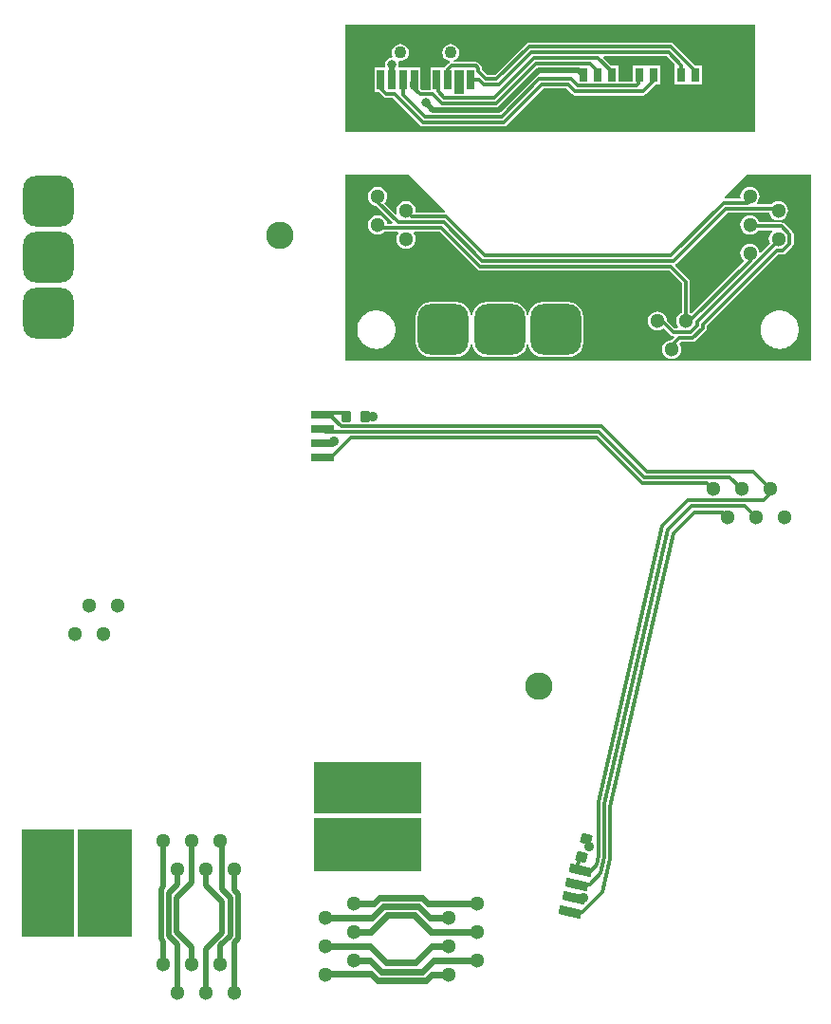
<source format=gtl>
G04*
G04 #@! TF.GenerationSoftware,Altium Limited,Altium Designer,18.1.7 (191)*
G04*
G04 Layer_Physical_Order=1*
G04 Layer_Color=255*
%FSLAX43Y43*%
%MOMM*%
G71*
G01*
G75*
%ADD10R,0.800X1.300*%
%ADD11R,2.100X3.000*%
%ADD12R,0.700X1.800*%
%ADD13C,0.300*%
%ADD14C,0.500*%
G04:AMPARAMS|DCode=15|XSize=1mm|YSize=0.9mm|CornerRadius=0.113mm|HoleSize=0mm|Usage=FLASHONLY|Rotation=90.000|XOffset=0mm|YOffset=0mm|HoleType=Round|Shape=RoundedRectangle|*
%AMROUNDEDRECTD15*
21,1,1.000,0.675,0,0,90.0*
21,1,0.775,0.900,0,0,90.0*
1,1,0.225,0.338,0.388*
1,1,0.225,0.338,-0.388*
1,1,0.225,-0.338,-0.388*
1,1,0.225,-0.338,0.388*
%
%ADD15ROUNDEDRECTD15*%
G04:AMPARAMS|DCode=16|XSize=2mm|YSize=0.8mm|CornerRadius=0mm|HoleSize=0mm|Usage=FLASHONLY|Rotation=167.000|XOffset=0mm|YOffset=0mm|HoleType=Round|Shape=Rectangle|*
%AMROTATEDRECTD16*
4,1,4,1.064,0.165,0.884,-0.615,-1.064,-0.165,-0.884,0.615,1.064,0.165,0.0*
%
%ADD16ROTATEDRECTD16*%

%ADD17R,2.000X0.800*%
G04:AMPARAMS|DCode=18|XSize=1mm|YSize=0.9mm|CornerRadius=0.113mm|HoleSize=0mm|Usage=FLASHONLY|Rotation=167.000|XOffset=0mm|YOffset=0mm|HoleType=Round|Shape=RoundedRectangle|*
%AMROUNDEDRECTD18*
21,1,1.000,0.675,0,0,167.0*
21,1,0.775,0.900,0,0,167.0*
1,1,0.225,-0.302,0.416*
1,1,0.225,0.453,0.242*
1,1,0.225,0.302,-0.416*
1,1,0.225,-0.453,-0.242*
%
%ADD18ROUNDEDRECTD18*%
%ADD19C,0.600*%
%ADD20C,1.100*%
%ADD21O,1.600X4.000*%
%ADD22C,0.800*%
%ADD23C,1.300*%
%ADD24C,0.900*%
G04:AMPARAMS|DCode=25|XSize=4.5mm|YSize=4.5mm|CornerRadius=1.125mm|HoleSize=0mm|Usage=FLASHONLY|Rotation=180.000|XOffset=0mm|YOffset=0mm|HoleType=Round|Shape=RoundedRectangle|*
%AMROUNDEDRECTD25*
21,1,4.500,2.250,0,0,180.0*
21,1,2.250,4.500,0,0,180.0*
1,1,2.250,-1.125,1.125*
1,1,2.250,1.125,1.125*
1,1,2.250,1.125,-1.125*
1,1,2.250,-1.125,-1.125*
%
%ADD25ROUNDEDRECTD25*%
%ADD26C,2.440*%
%ADD27C,1.200*%
G04:AMPARAMS|DCode=28|XSize=4.5mm|YSize=4.5mm|CornerRadius=1.125mm|HoleSize=0mm|Usage=FLASHONLY|Rotation=90.000|XOffset=0mm|YOffset=0mm|HoleType=Round|Shape=RoundedRectangle|*
%AMROUNDEDRECTD28*
21,1,4.500,2.250,0,0,90.0*
21,1,2.250,4.500,0,0,90.0*
1,1,2.250,1.125,1.125*
1,1,2.250,1.125,-1.125*
1,1,2.250,-1.125,-1.125*
1,1,2.250,-1.125,1.125*
%
%ADD28ROUNDEDRECTD28*%
G36*
X69796Y84204D02*
X33204Y84204D01*
X33204Y93796D01*
X69796Y93796D01*
X69796Y84204D01*
D02*
G37*
G36*
X74796Y63749D02*
X33204D01*
Y80341D01*
X38916D01*
X42138Y77119D01*
X42085Y76992D01*
X39580D01*
X39496Y77087D01*
X39507Y77175D01*
X39478Y77397D01*
X39392Y77604D01*
X39256Y77781D01*
X39079Y77917D01*
X38872Y78003D01*
X38650Y78032D01*
X38428Y78003D01*
X38221Y77917D01*
X38044Y77781D01*
X37908Y77604D01*
X37822Y77397D01*
X37793Y77175D01*
X37822Y76953D01*
X37832Y76927D01*
X37725Y76856D01*
X36727Y77853D01*
X36852Y78016D01*
X36938Y78223D01*
X36967Y78445D01*
X36938Y78667D01*
X36852Y78874D01*
X36716Y79051D01*
X36539Y79187D01*
X36332Y79273D01*
X36110Y79302D01*
X35888Y79273D01*
X35681Y79187D01*
X35504Y79051D01*
X35368Y78874D01*
X35282Y78667D01*
X35253Y78445D01*
X35282Y78223D01*
X35368Y78016D01*
X35504Y77839D01*
X35681Y77702D01*
X35888Y77617D01*
X35964Y77607D01*
X37462Y76109D01*
X37413Y75992D01*
X36956D01*
X36938Y76127D01*
X36852Y76334D01*
X36716Y76511D01*
X36539Y76647D01*
X36332Y76733D01*
X36110Y76762D01*
X35888Y76733D01*
X35681Y76647D01*
X35504Y76511D01*
X35368Y76334D01*
X35282Y76127D01*
X35253Y75905D01*
X35282Y75683D01*
X35368Y75476D01*
X35504Y75299D01*
X35681Y75162D01*
X35888Y75077D01*
X36110Y75048D01*
X36332Y75077D01*
X36539Y75162D01*
X36689Y75278D01*
X37912D01*
X37975Y75151D01*
X37908Y75064D01*
X37822Y74857D01*
X37793Y74635D01*
X37822Y74413D01*
X37908Y74206D01*
X38044Y74029D01*
X38221Y73892D01*
X38428Y73807D01*
X38650Y73778D01*
X38872Y73807D01*
X39079Y73892D01*
X39256Y74029D01*
X39392Y74206D01*
X39478Y74413D01*
X39507Y74635D01*
X39478Y74857D01*
X39392Y75064D01*
X39325Y75151D01*
X39388Y75278D01*
X41662D01*
X45048Y71893D01*
X45163Y71815D01*
X45300Y71788D01*
X62152D01*
X63283Y70657D01*
Y68087D01*
X63211Y68057D01*
X63034Y67921D01*
X62898Y67744D01*
X62812Y67537D01*
X62783Y67315D01*
X62812Y67093D01*
X62898Y66886D01*
X62965Y66799D01*
X62902Y66672D01*
X62645D01*
X61951Y67367D01*
X61928Y67537D01*
X61842Y67744D01*
X61706Y67921D01*
X61529Y68057D01*
X61322Y68143D01*
X61100Y68172D01*
X60878Y68143D01*
X60671Y68057D01*
X60494Y67921D01*
X60358Y67744D01*
X60272Y67537D01*
X60243Y67315D01*
X60272Y67093D01*
X60358Y66886D01*
X60494Y66709D01*
X60671Y66572D01*
X60878Y66487D01*
X61100Y66458D01*
X61322Y66487D01*
X61529Y66572D01*
X61646Y66662D01*
X62245Y66063D01*
X62361Y65985D01*
X62498Y65958D01*
X62543D01*
X62591Y65841D01*
X62381Y65631D01*
X62370Y65632D01*
X62148Y65603D01*
X61941Y65517D01*
X61764Y65381D01*
X61628Y65204D01*
X61542Y64997D01*
X61513Y64775D01*
X61542Y64553D01*
X61628Y64346D01*
X61764Y64169D01*
X61941Y64032D01*
X62148Y63947D01*
X62370Y63918D01*
X62592Y63947D01*
X62799Y64032D01*
X62976Y64169D01*
X63112Y64346D01*
X63198Y64553D01*
X63227Y64775D01*
X63198Y64997D01*
X63112Y65204D01*
X63048Y65288D01*
X63218Y65458D01*
X64261D01*
X64398Y65485D01*
X64514Y65563D01*
X65392Y66441D01*
X65470Y66557D01*
X65497Y66694D01*
Y66886D01*
X71889Y73278D01*
X72304D01*
X72441Y73305D01*
X72557Y73383D01*
X73142Y73968D01*
X73220Y74084D01*
X73247Y74221D01*
Y75049D01*
X73220Y75186D01*
X73142Y75302D01*
X72422Y76022D01*
X72306Y76100D01*
X72169Y76127D01*
X70178D01*
X70178Y76127D01*
X70092Y76334D01*
X69956Y76511D01*
X69779Y76647D01*
X69572Y76733D01*
X69350Y76762D01*
X69128Y76733D01*
X68921Y76647D01*
X68744Y76511D01*
X68608Y76334D01*
X68522Y76127D01*
X68493Y75905D01*
X68522Y75683D01*
X68608Y75476D01*
X68744Y75299D01*
X68921Y75162D01*
X69128Y75077D01*
X69350Y75048D01*
X69572Y75077D01*
X69779Y75162D01*
X69956Y75299D01*
X70044Y75413D01*
X71299D01*
X71342Y75286D01*
X71284Y75241D01*
X71148Y75064D01*
X71062Y74857D01*
X71033Y74635D01*
X71062Y74413D01*
X71134Y74239D01*
X70327Y73432D01*
X70193Y73478D01*
X70178Y73587D01*
X70092Y73794D01*
X69956Y73971D01*
X69779Y74107D01*
X69572Y74193D01*
X69350Y74222D01*
X69128Y74193D01*
X68921Y74107D01*
X68744Y73971D01*
X68608Y73794D01*
X68522Y73587D01*
X68493Y73365D01*
X68522Y73143D01*
X68608Y72936D01*
X68744Y72759D01*
X68782Y72729D01*
X68790Y72603D01*
X64168Y67981D01*
X64069Y68057D01*
X63997Y68087D01*
Y70805D01*
X63970Y70942D01*
X63892Y71057D01*
X62697Y72253D01*
X62723Y72406D01*
X62777Y72443D01*
X67348Y77013D01*
X71054D01*
X71062Y76953D01*
X71148Y76746D01*
X71284Y76569D01*
X71461Y76432D01*
X71668Y76347D01*
X71890Y76318D01*
X72112Y76347D01*
X72319Y76432D01*
X72496Y76569D01*
X72632Y76746D01*
X72718Y76953D01*
X72747Y77175D01*
X72718Y77397D01*
X72632Y77604D01*
X72496Y77781D01*
X72319Y77917D01*
X72112Y78003D01*
X71890Y78032D01*
X71668Y78003D01*
X71461Y77917D01*
X71284Y77781D01*
X71242Y77727D01*
X69997D01*
X69968Y77854D01*
X70092Y78016D01*
X70178Y78223D01*
X70207Y78445D01*
X70178Y78667D01*
X70092Y78874D01*
X69956Y79051D01*
X69779Y79187D01*
X69572Y79273D01*
X69350Y79302D01*
X69128Y79273D01*
X68921Y79187D01*
X68744Y79051D01*
X68608Y78874D01*
X68522Y78667D01*
X68493Y78445D01*
X68509Y78322D01*
X68425Y78227D01*
X67150D01*
X67097Y78354D01*
X69084Y80341D01*
X74796D01*
Y63749D01*
D02*
G37*
G36*
X39996Y23400D02*
X30404Y23400D01*
Y27996D01*
X39996D01*
Y23400D01*
D02*
G37*
G36*
Y18200D02*
X39996Y18200D01*
X30404Y18200D01*
Y23000D01*
X39996Y23000D01*
Y18200D01*
D02*
G37*
G36*
X14200Y12404D02*
X14200Y12404D01*
X9400D01*
Y21996D01*
X14200D01*
Y12404D01*
D02*
G37*
G36*
X9000Y12404D02*
X4404D01*
Y21996D01*
X9000D01*
X9000Y12404D01*
D02*
G37*
%LPC*%
G36*
X62300Y92157D02*
X49630D01*
X49493Y92130D01*
X49377Y92052D01*
X46582Y89257D01*
X45946D01*
X45457Y89746D01*
Y89870D01*
X45430Y90007D01*
X45352Y90122D01*
X45147Y90327D01*
X45032Y90405D01*
X44895Y90432D01*
X42906D01*
X42881Y90559D01*
X43028Y90620D01*
X43185Y90740D01*
X43305Y90897D01*
X43381Y91079D01*
X43406Y91275D01*
X43381Y91471D01*
X43305Y91653D01*
X43185Y91810D01*
X43028Y91930D01*
X42846Y92006D01*
X42650Y92031D01*
X42454Y92006D01*
X42272Y91930D01*
X42115Y91810D01*
X41995Y91653D01*
X41919Y91471D01*
X41894Y91275D01*
X41919Y91079D01*
X41995Y90897D01*
X42115Y90740D01*
X42272Y90620D01*
X42454Y90544D01*
X42566Y90530D01*
X42584Y90428D01*
X42581Y90400D01*
X42473Y90327D01*
X42148Y90002D01*
X42096Y89925D01*
X40850D01*
Y87932D01*
X40053D01*
X39950Y88035D01*
Y89925D01*
X38079D01*
X37982Y90052D01*
X38012Y90200D01*
X37969Y90414D01*
X38012Y90486D01*
X38053Y90531D01*
X38150Y90519D01*
X38346Y90544D01*
X38528Y90620D01*
X38685Y90740D01*
X38805Y90897D01*
X38881Y91079D01*
X38906Y91275D01*
X38881Y91471D01*
X38805Y91653D01*
X38685Y91810D01*
X38528Y91930D01*
X38346Y92006D01*
X38150Y92031D01*
X37954Y92006D01*
X37772Y91930D01*
X37615Y91810D01*
X37495Y91653D01*
X37419Y91471D01*
X37394Y91275D01*
X37419Y91079D01*
X37483Y90925D01*
X37417Y90808D01*
X37400Y90812D01*
X37166Y90765D01*
X36967Y90633D01*
X36835Y90434D01*
X36788Y90200D01*
X36818Y90052D01*
X36721Y89925D01*
X35850D01*
Y87725D01*
X36250D01*
X36653Y87323D01*
X36768Y87245D01*
X36905Y87218D01*
X37502D01*
X39916Y84805D01*
X40031Y84727D01*
X40168Y84700D01*
X47412D01*
X47549Y84727D01*
X47664Y84805D01*
X50903Y88043D01*
X53000D01*
X53496Y87548D01*
X53611Y87470D01*
X53748Y87443D01*
X59800D01*
X59937Y87470D01*
X60052Y87548D01*
X60955Y88450D01*
X61350D01*
Y90150D01*
X60227D01*
X60150Y90150D01*
Y90150D01*
X60100D01*
Y90150D01*
X58900D01*
Y88657D01*
X57600D01*
Y90150D01*
X56955D01*
X56279Y90826D01*
X56327Y90943D01*
X61932D01*
X62610Y90265D01*
X62650Y90150D01*
X62650D01*
X62650Y90150D01*
Y88450D01*
X63850D01*
X63850Y88450D01*
X63900D01*
Y88450D01*
X63977Y88450D01*
X65100D01*
Y90150D01*
X64455D01*
X62552Y92052D01*
X62437Y92130D01*
X62300Y92157D01*
D02*
G37*
%LPD*%
G36*
X43850Y87725D02*
X43850D01*
X43811Y87614D01*
X42989D01*
X42950Y87725D01*
X42950D01*
Y89718D01*
X43850D01*
Y87725D01*
D02*
G37*
%LPC*%
G36*
X53125Y69006D02*
X50875D01*
X50529Y68961D01*
X50207Y68827D01*
X49930Y68615D01*
X49718Y68338D01*
X49584Y68016D01*
X49564Y67864D01*
X49436D01*
X49416Y68016D01*
X49282Y68338D01*
X49070Y68615D01*
X48793Y68827D01*
X48471Y68961D01*
X48125Y69006D01*
X45875D01*
X45529Y68961D01*
X45207Y68827D01*
X44930Y68615D01*
X44718Y68338D01*
X44584Y68016D01*
X44564Y67864D01*
X44436D01*
X44416Y68016D01*
X44282Y68338D01*
X44070Y68615D01*
X43793Y68827D01*
X43471Y68961D01*
X43125Y69006D01*
X40875D01*
X40529Y68961D01*
X40207Y68827D01*
X39930Y68615D01*
X39718Y68338D01*
X39584Y68016D01*
X39539Y67670D01*
Y65420D01*
X39584Y65074D01*
X39718Y64752D01*
X39930Y64475D01*
X40207Y64263D01*
X40529Y64129D01*
X40875Y64084D01*
X43125D01*
X43471Y64129D01*
X43793Y64263D01*
X44070Y64475D01*
X44282Y64752D01*
X44416Y65074D01*
X44436Y65226D01*
X44564D01*
X44584Y65074D01*
X44718Y64752D01*
X44930Y64475D01*
X45207Y64263D01*
X45529Y64129D01*
X45875Y64084D01*
X48125D01*
X48471Y64129D01*
X48793Y64263D01*
X49070Y64475D01*
X49282Y64752D01*
X49416Y65074D01*
X49436Y65226D01*
X49564D01*
X49584Y65074D01*
X49718Y64752D01*
X49930Y64475D01*
X50207Y64263D01*
X50529Y64129D01*
X50875Y64084D01*
X53125D01*
X53471Y64129D01*
X53793Y64263D01*
X54070Y64475D01*
X54282Y64752D01*
X54416Y65074D01*
X54461Y65420D01*
Y67670D01*
X54416Y68016D01*
X54282Y68338D01*
X54070Y68615D01*
X53793Y68827D01*
X53471Y68961D01*
X53125Y69006D01*
D02*
G37*
G36*
X72148Y68249D02*
X71852D01*
X71833Y68245D01*
X71812D01*
X71523Y68187D01*
X71504Y68180D01*
X71484Y68176D01*
X71211Y68063D01*
X71195Y68051D01*
X71176Y68044D01*
X70931Y67880D01*
X70916Y67865D01*
X70900Y67854D01*
X70691Y67645D01*
X70680Y67629D01*
X70665Y67614D01*
X70501Y67369D01*
X70493Y67350D01*
X70482Y67334D01*
X70369Y67061D01*
X70365Y67041D01*
X70358Y67022D01*
X70300Y66732D01*
Y66712D01*
X70296Y66693D01*
Y66397D01*
X70300Y66378D01*
Y66357D01*
X70358Y66068D01*
X70365Y66049D01*
X70369Y66029D01*
X70482Y65756D01*
X70493Y65740D01*
X70501Y65721D01*
X70665Y65475D01*
X70680Y65461D01*
X70691Y65445D01*
X70900Y65236D01*
X70916Y65224D01*
X70931Y65210D01*
X71176Y65046D01*
X71195Y65038D01*
X71211Y65027D01*
X71484Y64914D01*
X71504Y64910D01*
X71523Y64903D01*
X71812Y64845D01*
X71833D01*
X71852Y64841D01*
X72148D01*
X72167Y64845D01*
X72188D01*
X72477Y64903D01*
X72496Y64910D01*
X72516Y64914D01*
X72789Y65027D01*
X72805Y65038D01*
X72824Y65046D01*
X73069Y65210D01*
X73084Y65224D01*
X73100Y65236D01*
X73309Y65445D01*
X73320Y65461D01*
X73335Y65475D01*
X73499Y65721D01*
X73507Y65740D01*
X73518Y65756D01*
X73631Y66029D01*
X73635Y66049D01*
X73642Y66068D01*
X73700Y66357D01*
Y66378D01*
X73704Y66397D01*
Y66693D01*
X73700Y66712D01*
Y66732D01*
X73642Y67022D01*
X73635Y67041D01*
X73631Y67061D01*
X73518Y67334D01*
X73507Y67350D01*
X73499Y67369D01*
X73335Y67614D01*
X73320Y67629D01*
X73309Y67645D01*
X73100Y67854D01*
X73084Y67865D01*
X73069Y67880D01*
X72824Y68044D01*
X72805Y68051D01*
X72789Y68063D01*
X72516Y68176D01*
X72496Y68180D01*
X72477Y68187D01*
X72188Y68245D01*
X72167D01*
X72148Y68249D01*
D02*
G37*
G36*
X36148D02*
X35852D01*
X35833Y68245D01*
X35812D01*
X35523Y68187D01*
X35504Y68180D01*
X35484Y68176D01*
X35211Y68063D01*
X35195Y68051D01*
X35176Y68044D01*
X34931Y67880D01*
X34916Y67865D01*
X34900Y67854D01*
X34691Y67645D01*
X34680Y67629D01*
X34665Y67614D01*
X34501Y67369D01*
X34493Y67350D01*
X34482Y67334D01*
X34369Y67061D01*
X34365Y67041D01*
X34358Y67022D01*
X34300Y66732D01*
Y66712D01*
X34296Y66693D01*
Y66397D01*
X34300Y66378D01*
Y66357D01*
X34358Y66068D01*
X34365Y66049D01*
X34369Y66029D01*
X34482Y65756D01*
X34493Y65740D01*
X34501Y65721D01*
X34665Y65475D01*
X34680Y65461D01*
X34691Y65445D01*
X34900Y65236D01*
X34916Y65224D01*
X34931Y65210D01*
X35176Y65046D01*
X35195Y65038D01*
X35211Y65027D01*
X35484Y64914D01*
X35504Y64910D01*
X35523Y64903D01*
X35812Y64845D01*
X35833D01*
X35852Y64841D01*
X36148D01*
X36167Y64845D01*
X36188D01*
X36477Y64903D01*
X36496Y64910D01*
X36516Y64914D01*
X36789Y65027D01*
X36805Y65038D01*
X36824Y65046D01*
X37069Y65210D01*
X37084Y65224D01*
X37100Y65236D01*
X37309Y65445D01*
X37320Y65461D01*
X37335Y65475D01*
X37499Y65721D01*
X37507Y65740D01*
X37518Y65756D01*
X37631Y66029D01*
X37635Y66049D01*
X37642Y66068D01*
X37700Y66357D01*
Y66378D01*
X37704Y66397D01*
Y66693D01*
X37700Y66712D01*
Y66732D01*
X37642Y67022D01*
X37635Y67041D01*
X37631Y67061D01*
X37518Y67334D01*
X37507Y67350D01*
X37499Y67369D01*
X37335Y67614D01*
X37320Y67629D01*
X37309Y67645D01*
X37100Y67854D01*
X37084Y67865D01*
X37069Y67880D01*
X36824Y68044D01*
X36805Y68051D01*
X36789Y68063D01*
X36516Y68176D01*
X36496Y68180D01*
X36477Y68187D01*
X36188Y68245D01*
X36167D01*
X36148Y68249D01*
D02*
G37*
%LPD*%
D10*
X59500Y89300D02*
D03*
X58250D02*
D03*
X57000D02*
D03*
X55750D02*
D03*
X54500D02*
D03*
X60750D02*
D03*
X62000D02*
D03*
X63250D02*
D03*
X64500D02*
D03*
X65750D02*
D03*
D11*
X51950Y86550D02*
D03*
X68300D02*
D03*
D12*
X44400Y88825D02*
D03*
X36400D02*
D03*
X43400D02*
D03*
X37400D02*
D03*
X42400D02*
D03*
X38400D02*
D03*
X41400D02*
D03*
X39400D02*
D03*
X40400D02*
D03*
D13*
X40168Y85057D02*
X37650Y87575D01*
X47412Y85057D02*
X40168D01*
X47412D02*
X50755Y88400D01*
X40375Y85557D02*
X38400Y87532D01*
X47205Y85557D02*
X40375D01*
X47205D02*
X50548Y88900D01*
X41843Y86757D02*
X41025Y87575D01*
X39905D01*
X39200Y88280D01*
X41500Y87807D02*
Y88725D01*
X42050Y87257D02*
X41500Y87807D01*
X46501Y87257D02*
X42050D01*
X46708Y86757D02*
X50251Y90300D01*
X46708Y86757D02*
X41843D01*
X46501Y87257D02*
X50044Y90800D01*
X62080Y91300D02*
X49837D01*
X63250Y90130D02*
X62080Y91300D01*
X63250Y89300D02*
Y90130D01*
X38400Y87532D02*
Y88825D01*
X36400Y88080D02*
Y88825D01*
X36905Y87575D02*
X36400Y88080D01*
X37650Y87575D02*
X36905D01*
X39200Y88625D02*
X39400Y88825D01*
X39200Y88280D02*
Y88625D01*
X62300Y91800D02*
X49630D01*
X46730Y88900D02*
X49630Y91800D01*
X46730Y88900D02*
X45799D01*
X46937Y88400D02*
X49837Y91300D01*
X46937Y88400D02*
X45592D01*
X55800Y90800D02*
X50044D01*
X55075Y90300D02*
X50251D01*
X53355Y88900D02*
X50548D01*
X53148Y88400D02*
X50755D01*
X64500Y89600D02*
X62300Y91800D01*
X64500Y89300D02*
Y89600D01*
X57000D02*
X55800Y90800D01*
X57000Y89300D02*
Y89600D01*
X55750Y89625D02*
X55075Y90300D01*
X55750Y89300D02*
Y89625D01*
X53955Y88300D02*
X53355Y88900D01*
X60750Y88750D02*
Y89300D01*
X59800Y87800D02*
X60750Y88750D01*
X59800Y87800D02*
X53748D01*
X53148Y88400D01*
X59400Y89200D02*
X59500Y89300D01*
X59400Y88500D02*
Y89200D01*
X59200Y88300D02*
X59400Y88500D01*
X59200Y88300D02*
X53955D01*
X41500Y88725D02*
X41400Y88825D01*
X45592Y88400D02*
X45167Y88825D01*
X44400D01*
X42400D02*
Y89750D01*
X42725Y90075D01*
X44895D02*
X42725D01*
X45100Y89870D02*
X44895Y90075D01*
X45100Y89599D02*
Y89870D01*
X45799Y88900D02*
X45100Y89599D01*
X54166Y19467D02*
X53933Y18445D01*
X32958Y59170D02*
X32073D01*
X33308Y58820D02*
X32958Y59170D01*
X32073D02*
X31853Y58950D01*
X32883Y57920D02*
X31983Y58820D01*
X61529Y49046D02*
X55833Y24420D01*
X63837Y51354D02*
X61529Y49046D01*
X55866Y19550D02*
X55833Y24420D01*
X65629Y51354D02*
X63837D01*
X55866Y19550D02*
X55706Y18794D01*
X55228Y18315D01*
X54199D01*
X64383Y50220D02*
X62533Y48370D01*
X66908Y50220D02*
X64383D01*
X62533Y48370D02*
X56866Y24029D01*
X64118Y50805D02*
X62033Y48720D01*
X68863Y50805D02*
X64118D01*
X62033Y48720D02*
X56357Y24220D01*
X67323Y49805D02*
X66908Y50220D01*
X69863Y49805D02*
X68863Y50805D01*
X55066Y17078D02*
X53913D01*
X56053Y18040D02*
X55066Y17078D01*
X56366Y19471D02*
X56053Y18040D01*
X56366Y19471D02*
X56357Y24220D01*
X56866Y19373D02*
X56201Y16388D01*
X54416Y14603D01*
X53342D01*
X56866Y24029D02*
Y19373D01*
X70533Y51345D02*
X65638D01*
X71133Y51945D02*
X70533Y51345D01*
X71133Y52345D02*
Y51945D01*
X59718Y52870D02*
X55668Y56920D01*
X59926Y53370D02*
X55876Y57420D01*
X65528Y52870D02*
X59718D01*
X66053Y52345D02*
X65528Y52870D01*
X67568Y53370D02*
X59926D01*
X68593Y52345D02*
X67568Y53370D01*
X60133Y53870D02*
X56083Y57920D01*
X69608Y53870D02*
X60133D01*
X71133Y52345D02*
X69608Y53870D01*
X31853Y58950D02*
X31228D01*
X56083Y57920D02*
X32883D01*
X31928Y55140D02*
X31228D01*
X33708Y56920D02*
X31928Y55140D01*
X55668Y56920D02*
X33708D01*
X55876Y57420D02*
X31488D01*
X31228Y57680D01*
X65638Y51345D02*
X65629Y51354D01*
X62370Y65115D02*
X63070Y65815D01*
X64261D01*
X65140Y66694D02*
Y67034D01*
X64261Y65815D02*
X65140Y66694D01*
X64640Y66901D02*
Y67241D01*
X64054Y66315D02*
X64640Y66901D01*
X69350Y72658D02*
Y73365D01*
X64007Y67315D02*
X69350Y72658D01*
X63640Y67315D02*
X64007D01*
X62498Y66315D02*
X64054D01*
X45300Y72145D02*
X62300D01*
X41810Y75635D02*
X45300Y72145D01*
X62300D02*
X63640Y70805D01*
X45457Y72695D02*
X62525D01*
X42017Y76135D02*
X45457Y72695D01*
X62318Y73195D02*
X66993Y77870D01*
X45664Y73195D02*
X62318D01*
X42224Y76635D02*
X45664Y73195D01*
X36110Y77966D02*
X37941Y76135D01*
X36110Y75905D02*
X36380Y75635D01*
X37941Y76135D02*
X42017D01*
X36380Y75635D02*
X41810D01*
X39190Y76635D02*
X42224D01*
X38650Y77175D02*
X39190Y76635D01*
X71616Y74216D02*
X71890D01*
X61000Y67495D02*
X61318D01*
X64640Y67241D02*
X71616Y74216D01*
X65140Y67034D02*
X71741Y73635D01*
X72304D01*
X63640Y67315D02*
Y70805D01*
X61318Y67495D02*
X62498Y66315D01*
X62370Y64775D02*
Y65115D01*
X72304Y73635D02*
X72890Y74221D01*
Y75049D01*
X72169Y75770D02*
X72890Y75049D01*
X69485Y75770D02*
X72169D01*
X71890Y74216D02*
Y74635D01*
X69350Y75905D02*
X69485Y75770D01*
X69350Y78095D02*
Y78445D01*
X69125Y77870D02*
X69350Y78095D01*
X66993Y77870D02*
X69125D01*
X67200Y77370D02*
X71695D01*
X62525Y72695D02*
X67200Y77370D01*
X71695D02*
X71890Y77175D01*
X36110Y77966D02*
Y78445D01*
D14*
X41043Y86157D02*
X40400Y86800D01*
X46957Y86157D02*
X41043D01*
X46957D02*
X50499Y89700D01*
X43400Y88007D02*
Y88825D01*
X54100Y89700D02*
X50499D01*
X54500Y89300D02*
X54100Y89700D01*
X37400Y88825D02*
Y90200D01*
X23370Y18430D02*
Y16520D01*
X23700Y16190D02*
X23370Y16520D01*
X23700Y16190D02*
Y12210D01*
X23370Y11880D02*
Y7430D01*
X23700Y12210D02*
X23370Y11880D01*
X23000Y12500D02*
X22100Y11600D01*
X23000Y15900D02*
Y12500D01*
Y15900D02*
X22270Y16630D01*
Y20800D02*
Y16630D01*
X22100Y11600D02*
Y9970D01*
X18290Y11710D02*
Y7430D01*
Y11710D02*
X17500Y12500D01*
X17020Y20970D02*
Y16857D01*
X16800Y16637D01*
Y12210D01*
X17020Y11990D02*
X16800Y12210D01*
X17020Y11990D02*
Y9970D01*
X18290Y18430D02*
Y17090D01*
X17500Y16300D01*
Y12500D01*
X19560Y11430D02*
X18200Y12790D01*
Y15840D02*
Y12790D01*
X19560Y17200D02*
X18200Y15840D01*
X19560Y11430D02*
Y9970D01*
Y20970D02*
Y17200D01*
X22270Y12770D02*
X20830Y11330D01*
X22270Y15557D02*
Y12770D01*
Y15557D02*
X20830Y16997D01*
Y11330D02*
Y7430D01*
Y18430D02*
Y16997D01*
X22270Y20800D02*
X22100Y20970D01*
D15*
X33308Y58795D02*
D03*
X35008D02*
D03*
D16*
X53342Y14603D02*
D03*
X53627Y15841D02*
D03*
X53913Y17078D02*
D03*
X54199Y18315D02*
D03*
D17*
X31228Y55115D02*
D03*
Y56385D02*
D03*
Y57655D02*
D03*
Y58925D02*
D03*
D18*
X54724Y21123D02*
D03*
X54341Y19467D02*
D03*
D19*
X31464Y9054D02*
X31430Y9020D01*
X31464Y9054D02*
X35554D01*
X36109Y8500D01*
X40431D01*
X40951Y9020D02*
X40431Y8500D01*
X40951Y9020D02*
X42430D01*
X33970Y10290D02*
X35450D01*
X36440Y9300D01*
X40100D01*
X41090Y10290D02*
X40100Y9300D01*
X41090Y10290D02*
X44970D01*
X40960Y11560D02*
X42430D01*
X40960D02*
X39500Y10100D01*
X36900D02*
X39500D01*
X35440Y11560D02*
X36900Y10100D01*
X31430Y11560D02*
X35440D01*
X33970Y15370D02*
X35739D01*
X36269Y15900D02*
X35739Y15370D01*
X36269Y15900D02*
X40063D01*
X40593Y15370D01*
X44970D01*
X31430Y14100D02*
X35600D01*
X36600Y15100D02*
X35600Y14100D01*
X36600Y15100D02*
X39731D01*
X39400Y14300D02*
X40870Y12830D01*
X39731Y15100D02*
X40731Y14100D01*
X42430D01*
X33970Y12830D02*
X35530D01*
X37000Y14300D02*
X35530Y12830D01*
X37000Y14300D02*
X39400D01*
X40870Y12830D02*
X44970D01*
D20*
X42650Y91275D02*
D03*
X38150D02*
D03*
D21*
X46250D02*
D03*
X34550D02*
D03*
D22*
X40400Y90327D02*
D03*
X61400Y90544D02*
D03*
X57900Y90500D02*
D03*
X43400Y88007D02*
D03*
X40400Y86800D02*
D03*
X37400Y90200D02*
D03*
D23*
X66053Y52345D02*
D03*
X67323Y49805D02*
D03*
X68593Y52345D02*
D03*
X69863Y49805D02*
D03*
X71133Y52345D02*
D03*
X72403Y49805D02*
D03*
X12905Y41940D02*
D03*
X11635Y39400D02*
D03*
X10365Y41940D02*
D03*
X9095Y39400D02*
D03*
X61100Y67315D02*
D03*
X62370Y64775D02*
D03*
X63640Y67315D02*
D03*
X64910Y64775D02*
D03*
X71890Y72095D02*
D03*
X69350Y73365D02*
D03*
X71890Y74635D02*
D03*
X69350Y75905D02*
D03*
X71890Y77175D02*
D03*
X69350Y78445D02*
D03*
X38650Y74635D02*
D03*
X36110Y75905D02*
D03*
X38650Y77175D02*
D03*
X36110Y78445D02*
D03*
X23370Y7430D02*
D03*
X22100Y9970D02*
D03*
X20830Y7430D02*
D03*
X19560Y9970D02*
D03*
X18290Y7430D02*
D03*
X17020Y9970D02*
D03*
X23370Y18430D02*
D03*
X22100Y20970D02*
D03*
X20830Y18430D02*
D03*
X19560Y20970D02*
D03*
X18290Y18430D02*
D03*
X17020Y20970D02*
D03*
X44970Y15370D02*
D03*
X42430Y14100D02*
D03*
X44970Y12830D02*
D03*
X42430Y11560D02*
D03*
X44970Y10290D02*
D03*
X42430Y9020D02*
D03*
X33970Y15370D02*
D03*
X31430Y14100D02*
D03*
X33970Y12830D02*
D03*
X31430Y11560D02*
D03*
X33970Y10290D02*
D03*
X31430Y9020D02*
D03*
D24*
X35733Y58795D02*
D03*
X55033Y20445D02*
D03*
X32228Y56595D02*
D03*
X54516Y15841D02*
D03*
D25*
X6707Y68000D02*
D03*
Y73000D02*
D03*
Y78000D02*
D03*
X52000Y66545D02*
D03*
X42000D02*
D03*
X47000D02*
D03*
X11700Y19700D02*
D03*
X6700D02*
D03*
D26*
X27400Y75000D02*
D03*
X50500Y34725D02*
D03*
D27*
X8200Y13200D02*
D03*
Y14700D02*
D03*
Y16200D02*
D03*
X5200D02*
D03*
Y14700D02*
D03*
Y13200D02*
D03*
X6700D02*
D03*
X6650Y14700D02*
D03*
X6700Y16200D02*
D03*
X13200Y13200D02*
D03*
X11700D02*
D03*
X10200D02*
D03*
Y14700D02*
D03*
X11700D02*
D03*
X13200D02*
D03*
Y16200D02*
D03*
X10200D02*
D03*
X11700D02*
D03*
X36200Y19200D02*
D03*
X37700D02*
D03*
X39200D02*
D03*
Y22200D02*
D03*
X37700D02*
D03*
X36200D02*
D03*
X39200Y20700D02*
D03*
X37700D02*
D03*
X36200D02*
D03*
X39200Y24200D02*
D03*
X37700D02*
D03*
X36200D02*
D03*
X39200Y27200D02*
D03*
X37700D02*
D03*
X36200D02*
D03*
X39200Y25700D02*
D03*
X37700Y25650D02*
D03*
X36200Y25700D02*
D03*
D28*
X32700Y20700D02*
D03*
Y25700D02*
D03*
M02*

</source>
